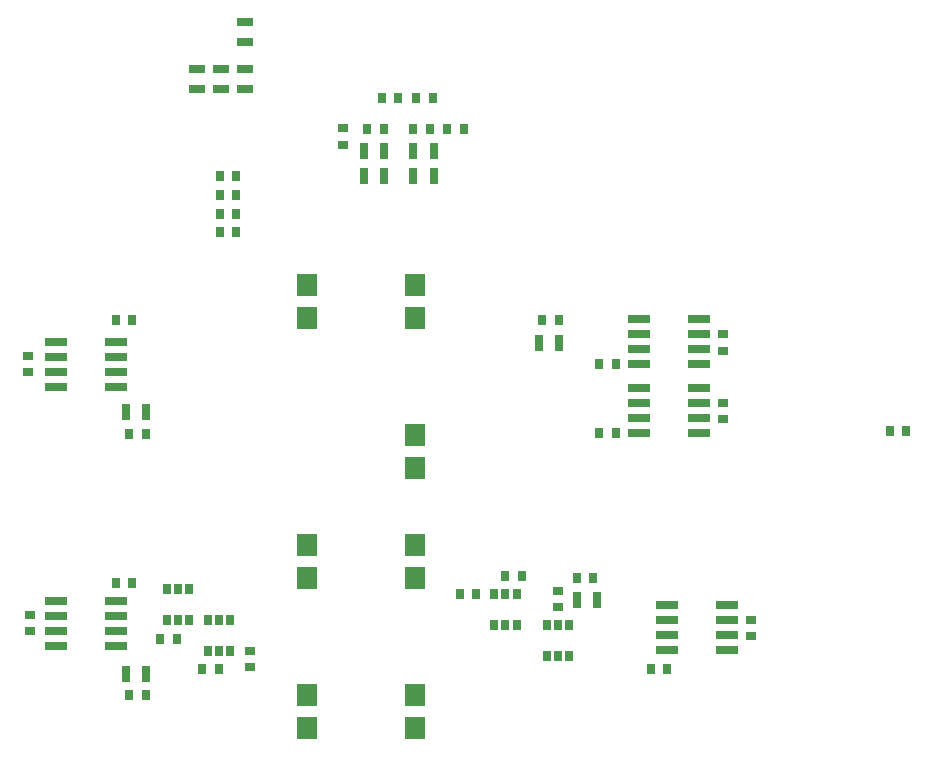
<source format=gtp>
G04*
G04 #@! TF.GenerationSoftware,Altium Limited,Altium Designer,18.0.12 (696)*
G04*
G04 Layer_Color=8421504*
%FSLAX44Y44*%
%MOMM*%
G71*
G01*
G75*
%ADD19R,1.7272X1.8288*%
%ADD20R,0.6400X0.9500*%
%ADD21R,1.3500X0.8000*%
%ADD22R,0.7500X0.9000*%
%ADD23R,0.9000X0.7500*%
%ADD24R,0.8000X1.3500*%
%ADD25R,1.9050X0.6604*%
D19*
X454000Y407728D02*
D03*
Y379280D02*
D03*
Y627728D02*
D03*
Y599280D02*
D03*
Y252272D02*
D03*
Y280720D02*
D03*
X546000Y627728D02*
D03*
Y599280D02*
D03*
Y472272D02*
D03*
Y500720D02*
D03*
Y407728D02*
D03*
Y379280D02*
D03*
Y252272D02*
D03*
Y280720D02*
D03*
D20*
X622300Y365750D02*
D03*
X612800D02*
D03*
X631800Y339750D02*
D03*
X622300D02*
D03*
X612800D02*
D03*
X631800Y365750D02*
D03*
X666700Y339750D02*
D03*
X657200D02*
D03*
X676200Y313750D02*
D03*
X666700D02*
D03*
X657200D02*
D03*
X676200Y339750D02*
D03*
X344950Y343750D02*
D03*
X354450D02*
D03*
X335450Y369750D02*
D03*
X344950D02*
D03*
X354450D02*
D03*
X335450Y343750D02*
D03*
X379850Y317750D02*
D03*
X389350D02*
D03*
X370350Y343750D02*
D03*
X379850D02*
D03*
X389350D02*
D03*
X370350Y317750D02*
D03*
D21*
X401500Y833000D02*
D03*
Y850000D02*
D03*
Y793500D02*
D03*
Y810500D02*
D03*
X381500Y793500D02*
D03*
Y810500D02*
D03*
X361500Y793500D02*
D03*
Y810500D02*
D03*
D22*
X394500Y720000D02*
D03*
X380500D02*
D03*
X394500Y704000D02*
D03*
X380500D02*
D03*
X394500Y688000D02*
D03*
X380500D02*
D03*
Y672000D02*
D03*
X394500D02*
D03*
X560750Y786000D02*
D03*
X546750D02*
D03*
X531500D02*
D03*
X517500D02*
D03*
X573250Y759490D02*
D03*
X587250D02*
D03*
X519500D02*
D03*
X505500D02*
D03*
X961750Y504000D02*
D03*
X947750D02*
D03*
X702000Y560300D02*
D03*
X716000D02*
D03*
X653500Y597750D02*
D03*
X667500D02*
D03*
X759250Y302500D02*
D03*
X745250D02*
D03*
X696600Y379000D02*
D03*
X682600D02*
D03*
X597750Y365750D02*
D03*
X583750D02*
D03*
X636300Y381250D02*
D03*
X622300D02*
D03*
X306400Y375500D02*
D03*
X292400D02*
D03*
X330250Y327750D02*
D03*
X344250D02*
D03*
X365850Y302000D02*
D03*
X379850D02*
D03*
X303800Y280000D02*
D03*
X317800D02*
D03*
X303800Y501000D02*
D03*
X317800D02*
D03*
X306250Y598250D02*
D03*
X292250D02*
D03*
X558500Y759490D02*
D03*
X544500D02*
D03*
X716000Y502300D02*
D03*
X702000D02*
D03*
D23*
X485000Y760220D02*
D03*
Y746220D02*
D03*
X806750Y571700D02*
D03*
Y585700D02*
D03*
Y513700D02*
D03*
Y527700D02*
D03*
X830000Y344198D02*
D03*
Y330198D02*
D03*
X666750Y368750D02*
D03*
Y354750D02*
D03*
X217750Y553552D02*
D03*
Y567552D02*
D03*
X220000Y348352D02*
D03*
Y334352D02*
D03*
X406000Y317750D02*
D03*
Y303750D02*
D03*
D24*
X544500Y741000D02*
D03*
X561500D02*
D03*
Y720000D02*
D03*
X544500D02*
D03*
X519500Y741000D02*
D03*
X502500D02*
D03*
Y720000D02*
D03*
X519500D02*
D03*
X650500Y578750D02*
D03*
X667500D02*
D03*
X699600Y361000D02*
D03*
X682600D02*
D03*
X300800Y298000D02*
D03*
X317800D02*
D03*
X300800Y520000D02*
D03*
X317800D02*
D03*
D25*
X735600Y560300D02*
D03*
Y573000D02*
D03*
X786400Y585700D02*
D03*
Y598400D02*
D03*
X735600Y585700D02*
D03*
Y598400D02*
D03*
X786400Y560300D02*
D03*
Y573000D02*
D03*
X735600Y502300D02*
D03*
Y515000D02*
D03*
X786400Y527700D02*
D03*
Y540400D02*
D03*
X735600Y527700D02*
D03*
Y540400D02*
D03*
X786400Y502300D02*
D03*
Y515000D02*
D03*
X759200Y318350D02*
D03*
Y331050D02*
D03*
X810000Y343750D02*
D03*
Y356450D02*
D03*
X759200Y343750D02*
D03*
Y356450D02*
D03*
X810000Y318350D02*
D03*
Y331050D02*
D03*
X292400Y360200D02*
D03*
Y347500D02*
D03*
X241600Y334800D02*
D03*
Y322100D02*
D03*
X292400Y334800D02*
D03*
Y322100D02*
D03*
X241600Y360200D02*
D03*
Y347500D02*
D03*
X292400Y579400D02*
D03*
Y566700D02*
D03*
X241600Y554000D02*
D03*
Y541300D02*
D03*
X292400Y554000D02*
D03*
Y541300D02*
D03*
X241600Y579400D02*
D03*
Y566700D02*
D03*
M02*

</source>
